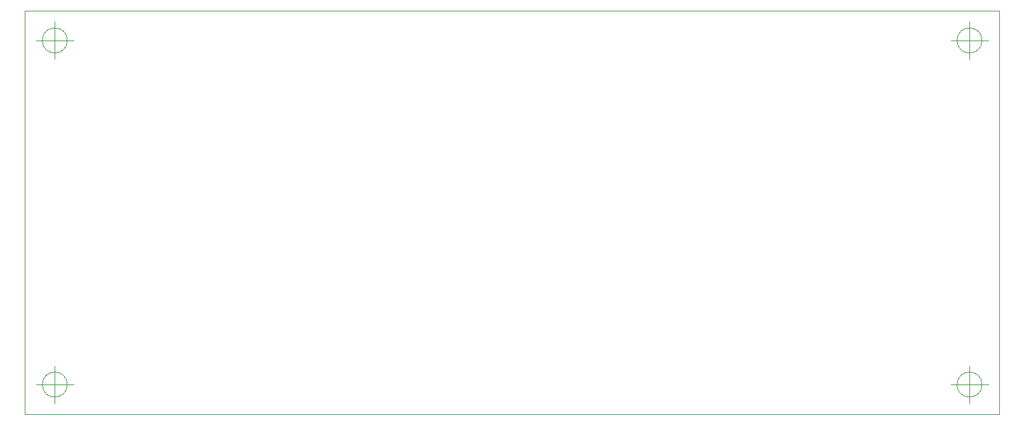
<source format=gbr>
%TF.GenerationSoftware,KiCad,Pcbnew,(6.0.8)*%
%TF.CreationDate,2022-10-02T10:43:25+09:00*%
%TF.ProjectId,KiCad,4b694361-642e-46b6-9963-61645f706362,rev?*%
%TF.SameCoordinates,Original*%
%TF.FileFunction,Profile,NP*%
%FSLAX46Y46*%
G04 Gerber Fmt 4.6, Leading zero omitted, Abs format (unit mm)*
G04 Created by KiCad (PCBNEW (6.0.8)) date 2022-10-02 10:43:25*
%MOMM*%
%LPD*%
G01*
G04 APERTURE LIST*
%TA.AperFunction,Profile*%
%ADD10C,0.100000*%
%TD*%
G04 APERTURE END LIST*
D10*
X196666666Y-105000000D02*
G75*
G03*
X196666666Y-105000000I-1666666J0D01*
G01*
X192500000Y-105000000D02*
X197500000Y-105000000D01*
X195000000Y-102500000D02*
X195000000Y-107500000D01*
X196666666Y-59000000D02*
G75*
G03*
X196666666Y-59000000I-1666666J0D01*
G01*
X192500000Y-59000000D02*
X197500000Y-59000000D01*
X195000000Y-56500000D02*
X195000000Y-61500000D01*
X74666666Y-59000000D02*
G75*
G03*
X74666666Y-59000000I-1666666J0D01*
G01*
X70500000Y-59000000D02*
X75500000Y-59000000D01*
X73000000Y-56500000D02*
X73000000Y-61500000D01*
X74666666Y-105000000D02*
G75*
G03*
X74666666Y-105000000I-1666666J0D01*
G01*
X70500000Y-105000000D02*
X75500000Y-105000000D01*
X73000000Y-102500000D02*
X73000000Y-107500000D01*
X199000000Y-55000000D02*
X69000000Y-55000000D01*
X69000000Y-109000000D02*
X199000000Y-109000000D01*
X69000000Y-55000000D02*
X69000000Y-109000000D01*
X199000000Y-109000000D02*
X199000000Y-55000000D01*
M02*

</source>
